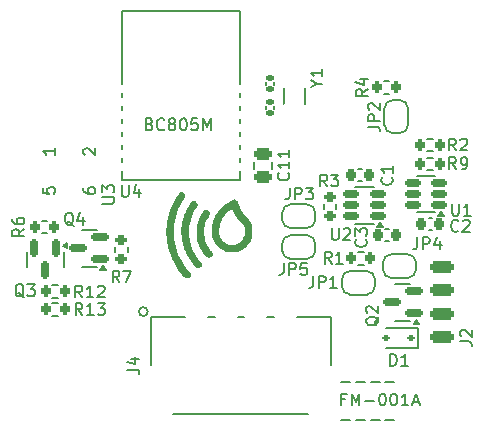
<source format=gto>
G04 #@! TF.GenerationSoftware,KiCad,Pcbnew,8.0.6*
G04 #@! TF.CreationDate,2024-11-12T21:30:20-08:00*
G04 #@! TF.ProjectId,sensor_board,73656e73-6f72-45f6-926f-6172642e6b69,rev?*
G04 #@! TF.SameCoordinates,Original*
G04 #@! TF.FileFunction,Legend,Top*
G04 #@! TF.FilePolarity,Positive*
%FSLAX46Y46*%
G04 Gerber Fmt 4.6, Leading zero omitted, Abs format (unit mm)*
G04 Created by KiCad (PCBNEW 8.0.6) date 2024-11-12 21:30:20*
%MOMM*%
%LPD*%
G01*
G04 APERTURE LIST*
G04 Aperture macros list*
%AMRoundRect*
0 Rectangle with rounded corners*
0 $1 Rounding radius*
0 $2 $3 $4 $5 $6 $7 $8 $9 X,Y pos of 4 corners*
0 Add a 4 corners polygon primitive as box body*
4,1,4,$2,$3,$4,$5,$6,$7,$8,$9,$2,$3,0*
0 Add four circle primitives for the rounded corners*
1,1,$1+$1,$2,$3*
1,1,$1+$1,$4,$5*
1,1,$1+$1,$6,$7*
1,1,$1+$1,$8,$9*
0 Add four rect primitives between the rounded corners*
20,1,$1+$1,$2,$3,$4,$5,0*
20,1,$1+$1,$4,$5,$6,$7,0*
20,1,$1+$1,$6,$7,$8,$9,0*
20,1,$1+$1,$8,$9,$2,$3,0*%
%AMFreePoly0*
4,1,19,0.500000,-0.750000,0.000000,-0.750000,0.000000,-0.744911,-0.071157,-0.744911,-0.207708,-0.704816,-0.327430,-0.627875,-0.420627,-0.520320,-0.479746,-0.390866,-0.500000,-0.250000,-0.500000,0.250000,-0.479746,0.390866,-0.420627,0.520320,-0.327430,0.627875,-0.207708,0.704816,-0.071157,0.744911,0.000000,0.744911,0.000000,0.750000,0.500000,0.750000,0.500000,-0.750000,0.500000,-0.750000,
$1*%
%AMFreePoly1*
4,1,19,0.000000,0.744911,0.071157,0.744911,0.207708,0.704816,0.327430,0.627875,0.420627,0.520320,0.479746,0.390866,0.500000,0.250000,0.500000,-0.250000,0.479746,-0.390866,0.420627,-0.520320,0.327430,-0.627875,0.207708,-0.704816,0.071157,-0.744911,0.000000,-0.744911,0.000000,-0.750000,-0.500000,-0.750000,-0.500000,0.750000,0.000000,0.750000,0.000000,0.744911,0.000000,0.744911,
$1*%
G04 Aperture macros list end*
%ADD10C,0.150000*%
%ADD11C,0.000000*%
%ADD12RoundRect,0.150000X0.512500X0.150000X-0.512500X0.150000X-0.512500X-0.150000X0.512500X-0.150000X0*%
%ADD13RoundRect,0.250000X0.750000X-0.250000X0.750000X0.250000X-0.750000X0.250000X-0.750000X-0.250000X0*%
%ADD14RoundRect,0.200000X0.200000X0.275000X-0.200000X0.275000X-0.200000X-0.275000X0.200000X-0.275000X0*%
%ADD15RoundRect,0.140000X-0.170000X0.140000X-0.170000X-0.140000X0.170000X-0.140000X0.170000X0.140000X0*%
%ADD16RoundRect,0.200000X-0.275000X0.200000X-0.275000X-0.200000X0.275000X-0.200000X0.275000X0.200000X0*%
%ADD17RoundRect,0.225000X-0.225000X-0.250000X0.225000X-0.250000X0.225000X0.250000X-0.225000X0.250000X0*%
%ADD18RoundRect,0.250000X-0.475000X0.250000X-0.475000X-0.250000X0.475000X-0.250000X0.475000X0.250000X0*%
%ADD19RoundRect,0.225000X0.225000X0.250000X-0.225000X0.250000X-0.225000X-0.250000X0.225000X-0.250000X0*%
%ADD20RoundRect,0.200000X0.275000X-0.200000X0.275000X0.200000X-0.275000X0.200000X-0.275000X-0.200000X0*%
%ADD21C,0.991000*%
%ADD22C,0.787000*%
%ADD23RoundRect,0.150000X0.587500X0.150000X-0.587500X0.150000X-0.587500X-0.150000X0.587500X-0.150000X0*%
%ADD24FreePoly0,90.000000*%
%ADD25FreePoly1,90.000000*%
%ADD26RoundRect,0.140000X0.170000X-0.140000X0.170000X0.140000X-0.170000X0.140000X-0.170000X-0.140000X0*%
%ADD27RoundRect,0.200000X-0.200000X-0.275000X0.200000X-0.275000X0.200000X0.275000X-0.200000X0.275000X0*%
%ADD28R,1.295400X4.495800*%
%ADD29R,1.803400X3.911600*%
%ADD30FreePoly0,180.000000*%
%ADD31FreePoly1,180.000000*%
%ADD32RoundRect,0.112500X0.187500X0.112500X-0.187500X0.112500X-0.187500X-0.112500X0.187500X-0.112500X0*%
%ADD33R,1.800000X1.000000*%
%ADD34R,1.500000X0.700000*%
%ADD35C,4.400000*%
%ADD36FreePoly0,0.000000*%
%ADD37FreePoly1,0.000000*%
%ADD38RoundRect,0.150000X-0.150000X0.587500X-0.150000X-0.587500X0.150000X-0.587500X0.150000X0.587500X0*%
G04 APERTURE END LIST*
D10*
X28810179Y-27002978D02*
X29572084Y-27002978D01*
X30048274Y-27002978D02*
X30810179Y-27002978D01*
X31286369Y-27002978D02*
X32048274Y-27002978D01*
X32524464Y-27002978D02*
X33286369Y-27002978D01*
X29143512Y-28470065D02*
X28810179Y-28470065D01*
X28810179Y-28993875D02*
X28810179Y-27993875D01*
X28810179Y-27993875D02*
X29286369Y-27993875D01*
X29667322Y-28993875D02*
X29667322Y-27993875D01*
X29667322Y-27993875D02*
X30000655Y-28708160D01*
X30000655Y-28708160D02*
X30333988Y-27993875D01*
X30333988Y-27993875D02*
X30333988Y-28993875D01*
X30810179Y-28612922D02*
X31572084Y-28612922D01*
X32238750Y-27993875D02*
X32333988Y-27993875D01*
X32333988Y-27993875D02*
X32429226Y-28041494D01*
X32429226Y-28041494D02*
X32476845Y-28089113D01*
X32476845Y-28089113D02*
X32524464Y-28184351D01*
X32524464Y-28184351D02*
X32572083Y-28374827D01*
X32572083Y-28374827D02*
X32572083Y-28612922D01*
X32572083Y-28612922D02*
X32524464Y-28803398D01*
X32524464Y-28803398D02*
X32476845Y-28898636D01*
X32476845Y-28898636D02*
X32429226Y-28946256D01*
X32429226Y-28946256D02*
X32333988Y-28993875D01*
X32333988Y-28993875D02*
X32238750Y-28993875D01*
X32238750Y-28993875D02*
X32143512Y-28946256D01*
X32143512Y-28946256D02*
X32095893Y-28898636D01*
X32095893Y-28898636D02*
X32048274Y-28803398D01*
X32048274Y-28803398D02*
X32000655Y-28612922D01*
X32000655Y-28612922D02*
X32000655Y-28374827D01*
X32000655Y-28374827D02*
X32048274Y-28184351D01*
X32048274Y-28184351D02*
X32095893Y-28089113D01*
X32095893Y-28089113D02*
X32143512Y-28041494D01*
X32143512Y-28041494D02*
X32238750Y-27993875D01*
X33191131Y-27993875D02*
X33286369Y-27993875D01*
X33286369Y-27993875D02*
X33381607Y-28041494D01*
X33381607Y-28041494D02*
X33429226Y-28089113D01*
X33429226Y-28089113D02*
X33476845Y-28184351D01*
X33476845Y-28184351D02*
X33524464Y-28374827D01*
X33524464Y-28374827D02*
X33524464Y-28612922D01*
X33524464Y-28612922D02*
X33476845Y-28803398D01*
X33476845Y-28803398D02*
X33429226Y-28898636D01*
X33429226Y-28898636D02*
X33381607Y-28946256D01*
X33381607Y-28946256D02*
X33286369Y-28993875D01*
X33286369Y-28993875D02*
X33191131Y-28993875D01*
X33191131Y-28993875D02*
X33095893Y-28946256D01*
X33095893Y-28946256D02*
X33048274Y-28898636D01*
X33048274Y-28898636D02*
X33000655Y-28803398D01*
X33000655Y-28803398D02*
X32953036Y-28612922D01*
X32953036Y-28612922D02*
X32953036Y-28374827D01*
X32953036Y-28374827D02*
X33000655Y-28184351D01*
X33000655Y-28184351D02*
X33048274Y-28089113D01*
X33048274Y-28089113D02*
X33095893Y-28041494D01*
X33095893Y-28041494D02*
X33191131Y-27993875D01*
X34476845Y-28993875D02*
X33905417Y-28993875D01*
X34191131Y-28993875D02*
X34191131Y-27993875D01*
X34191131Y-27993875D02*
X34095893Y-28136732D01*
X34095893Y-28136732D02*
X34000655Y-28231970D01*
X34000655Y-28231970D02*
X33905417Y-28279589D01*
X34857798Y-28708160D02*
X35333988Y-28708160D01*
X34762560Y-28993875D02*
X35095893Y-27993875D01*
X35095893Y-27993875D02*
X35429226Y-28993875D01*
X28810179Y-30222866D02*
X29572084Y-30222866D01*
X30048274Y-30222866D02*
X30810179Y-30222866D01*
X31286369Y-30222866D02*
X32048274Y-30222866D01*
X32524464Y-30222866D02*
X33286369Y-30222866D01*
X27990895Y-13983619D02*
X27990895Y-14793142D01*
X27990895Y-14793142D02*
X28038514Y-14888380D01*
X28038514Y-14888380D02*
X28086133Y-14936000D01*
X28086133Y-14936000D02*
X28181371Y-14983619D01*
X28181371Y-14983619D02*
X28371847Y-14983619D01*
X28371847Y-14983619D02*
X28467085Y-14936000D01*
X28467085Y-14936000D02*
X28514704Y-14888380D01*
X28514704Y-14888380D02*
X28562323Y-14793142D01*
X28562323Y-14793142D02*
X28562323Y-13983619D01*
X28990895Y-14078857D02*
X29038514Y-14031238D01*
X29038514Y-14031238D02*
X29133752Y-13983619D01*
X29133752Y-13983619D02*
X29371847Y-13983619D01*
X29371847Y-13983619D02*
X29467085Y-14031238D01*
X29467085Y-14031238D02*
X29514704Y-14078857D01*
X29514704Y-14078857D02*
X29562323Y-14174095D01*
X29562323Y-14174095D02*
X29562323Y-14269333D01*
X29562323Y-14269333D02*
X29514704Y-14412190D01*
X29514704Y-14412190D02*
X28943276Y-14983619D01*
X28943276Y-14983619D02*
X29562323Y-14983619D01*
X38850219Y-23579133D02*
X39564504Y-23579133D01*
X39564504Y-23579133D02*
X39707361Y-23626752D01*
X39707361Y-23626752D02*
X39802600Y-23721990D01*
X39802600Y-23721990D02*
X39850219Y-23864847D01*
X39850219Y-23864847D02*
X39850219Y-23960085D01*
X38945457Y-23150561D02*
X38897838Y-23102942D01*
X38897838Y-23102942D02*
X38850219Y-23007704D01*
X38850219Y-23007704D02*
X38850219Y-22769609D01*
X38850219Y-22769609D02*
X38897838Y-22674371D01*
X38897838Y-22674371D02*
X38945457Y-22626752D01*
X38945457Y-22626752D02*
X39040695Y-22579133D01*
X39040695Y-22579133D02*
X39135933Y-22579133D01*
X39135933Y-22579133D02*
X39278790Y-22626752D01*
X39278790Y-22626752D02*
X39850219Y-23198180D01*
X39850219Y-23198180D02*
X39850219Y-22579133D01*
X38176295Y-11926219D02*
X38176295Y-12735742D01*
X38176295Y-12735742D02*
X38223914Y-12830980D01*
X38223914Y-12830980D02*
X38271533Y-12878600D01*
X38271533Y-12878600D02*
X38366771Y-12926219D01*
X38366771Y-12926219D02*
X38557247Y-12926219D01*
X38557247Y-12926219D02*
X38652485Y-12878600D01*
X38652485Y-12878600D02*
X38700104Y-12830980D01*
X38700104Y-12830980D02*
X38747723Y-12735742D01*
X38747723Y-12735742D02*
X38747723Y-11926219D01*
X39747723Y-12926219D02*
X39176295Y-12926219D01*
X39462009Y-12926219D02*
X39462009Y-11926219D01*
X39462009Y-11926219D02*
X39366771Y-12069076D01*
X39366771Y-12069076D02*
X39271533Y-12164314D01*
X39271533Y-12164314D02*
X39176295Y-12211933D01*
X31036419Y-2249466D02*
X30560228Y-2582799D01*
X31036419Y-2820894D02*
X30036419Y-2820894D01*
X30036419Y-2820894D02*
X30036419Y-2439942D01*
X30036419Y-2439942D02*
X30084038Y-2344704D01*
X30084038Y-2344704D02*
X30131657Y-2297085D01*
X30131657Y-2297085D02*
X30226895Y-2249466D01*
X30226895Y-2249466D02*
X30369752Y-2249466D01*
X30369752Y-2249466D02*
X30464990Y-2297085D01*
X30464990Y-2297085D02*
X30512609Y-2344704D01*
X30512609Y-2344704D02*
X30560228Y-2439942D01*
X30560228Y-2439942D02*
X30560228Y-2820894D01*
X30369752Y-1392323D02*
X31036419Y-1392323D01*
X29988800Y-1630418D02*
X30703085Y-1868513D01*
X30703085Y-1868513D02*
X30703085Y-1249466D01*
X27595533Y-10462419D02*
X27262200Y-9986228D01*
X27024105Y-10462419D02*
X27024105Y-9462419D01*
X27024105Y-9462419D02*
X27405057Y-9462419D01*
X27405057Y-9462419D02*
X27500295Y-9510038D01*
X27500295Y-9510038D02*
X27547914Y-9557657D01*
X27547914Y-9557657D02*
X27595533Y-9652895D01*
X27595533Y-9652895D02*
X27595533Y-9795752D01*
X27595533Y-9795752D02*
X27547914Y-9890990D01*
X27547914Y-9890990D02*
X27500295Y-9938609D01*
X27500295Y-9938609D02*
X27405057Y-9986228D01*
X27405057Y-9986228D02*
X27024105Y-9986228D01*
X27928867Y-9462419D02*
X28547914Y-9462419D01*
X28547914Y-9462419D02*
X28214581Y-9843371D01*
X28214581Y-9843371D02*
X28357438Y-9843371D01*
X28357438Y-9843371D02*
X28452676Y-9890990D01*
X28452676Y-9890990D02*
X28500295Y-9938609D01*
X28500295Y-9938609D02*
X28547914Y-10033847D01*
X28547914Y-10033847D02*
X28547914Y-10271942D01*
X28547914Y-10271942D02*
X28500295Y-10367180D01*
X28500295Y-10367180D02*
X28452676Y-10414800D01*
X28452676Y-10414800D02*
X28357438Y-10462419D01*
X28357438Y-10462419D02*
X28071724Y-10462419D01*
X28071724Y-10462419D02*
X27976486Y-10414800D01*
X27976486Y-10414800D02*
X27928867Y-10367180D01*
X30864980Y-14949466D02*
X30912600Y-14997085D01*
X30912600Y-14997085D02*
X30960219Y-15139942D01*
X30960219Y-15139942D02*
X30960219Y-15235180D01*
X30960219Y-15235180D02*
X30912600Y-15378037D01*
X30912600Y-15378037D02*
X30817361Y-15473275D01*
X30817361Y-15473275D02*
X30722123Y-15520894D01*
X30722123Y-15520894D02*
X30531647Y-15568513D01*
X30531647Y-15568513D02*
X30388790Y-15568513D01*
X30388790Y-15568513D02*
X30198314Y-15520894D01*
X30198314Y-15520894D02*
X30103076Y-15473275D01*
X30103076Y-15473275D02*
X30007838Y-15378037D01*
X30007838Y-15378037D02*
X29960219Y-15235180D01*
X29960219Y-15235180D02*
X29960219Y-15139942D01*
X29960219Y-15139942D02*
X30007838Y-14997085D01*
X30007838Y-14997085D02*
X30055457Y-14949466D01*
X29960219Y-14616132D02*
X29960219Y-13997085D01*
X29960219Y-13997085D02*
X30341171Y-14330418D01*
X30341171Y-14330418D02*
X30341171Y-14187561D01*
X30341171Y-14187561D02*
X30388790Y-14092323D01*
X30388790Y-14092323D02*
X30436409Y-14044704D01*
X30436409Y-14044704D02*
X30531647Y-13997085D01*
X30531647Y-13997085D02*
X30769742Y-13997085D01*
X30769742Y-13997085D02*
X30864980Y-14044704D01*
X30864980Y-14044704D02*
X30912600Y-14092323D01*
X30912600Y-14092323D02*
X30960219Y-14187561D01*
X30960219Y-14187561D02*
X30960219Y-14473275D01*
X30960219Y-14473275D02*
X30912600Y-14568513D01*
X30912600Y-14568513D02*
X30864980Y-14616132D01*
X24311780Y-9304257D02*
X24359400Y-9351876D01*
X24359400Y-9351876D02*
X24407019Y-9494733D01*
X24407019Y-9494733D02*
X24407019Y-9589971D01*
X24407019Y-9589971D02*
X24359400Y-9732828D01*
X24359400Y-9732828D02*
X24264161Y-9828066D01*
X24264161Y-9828066D02*
X24168923Y-9875685D01*
X24168923Y-9875685D02*
X23978447Y-9923304D01*
X23978447Y-9923304D02*
X23835590Y-9923304D01*
X23835590Y-9923304D02*
X23645114Y-9875685D01*
X23645114Y-9875685D02*
X23549876Y-9828066D01*
X23549876Y-9828066D02*
X23454638Y-9732828D01*
X23454638Y-9732828D02*
X23407019Y-9589971D01*
X23407019Y-9589971D02*
X23407019Y-9494733D01*
X23407019Y-9494733D02*
X23454638Y-9351876D01*
X23454638Y-9351876D02*
X23502257Y-9304257D01*
X24407019Y-8351876D02*
X24407019Y-8923304D01*
X24407019Y-8637590D02*
X23407019Y-8637590D01*
X23407019Y-8637590D02*
X23549876Y-8732828D01*
X23549876Y-8732828D02*
X23645114Y-8828066D01*
X23645114Y-8828066D02*
X23692733Y-8923304D01*
X24407019Y-7399495D02*
X24407019Y-7970923D01*
X24407019Y-7685209D02*
X23407019Y-7685209D01*
X23407019Y-7685209D02*
X23549876Y-7780447D01*
X23549876Y-7780447D02*
X23645114Y-7875685D01*
X23645114Y-7875685D02*
X23692733Y-7970923D01*
X33074780Y-9691666D02*
X33122400Y-9739285D01*
X33122400Y-9739285D02*
X33170019Y-9882142D01*
X33170019Y-9882142D02*
X33170019Y-9977380D01*
X33170019Y-9977380D02*
X33122400Y-10120237D01*
X33122400Y-10120237D02*
X33027161Y-10215475D01*
X33027161Y-10215475D02*
X32931923Y-10263094D01*
X32931923Y-10263094D02*
X32741447Y-10310713D01*
X32741447Y-10310713D02*
X32598590Y-10310713D01*
X32598590Y-10310713D02*
X32408114Y-10263094D01*
X32408114Y-10263094D02*
X32312876Y-10215475D01*
X32312876Y-10215475D02*
X32217638Y-10120237D01*
X32217638Y-10120237D02*
X32170019Y-9977380D01*
X32170019Y-9977380D02*
X32170019Y-9882142D01*
X32170019Y-9882142D02*
X32217638Y-9739285D01*
X32217638Y-9739285D02*
X32265257Y-9691666D01*
X33170019Y-8739285D02*
X33170019Y-9310713D01*
X33170019Y-9024999D02*
X32170019Y-9024999D01*
X32170019Y-9024999D02*
X32312876Y-9120237D01*
X32312876Y-9120237D02*
X32408114Y-9215475D01*
X32408114Y-9215475D02*
X32455733Y-9310713D01*
X10018733Y-18590419D02*
X9685400Y-18114228D01*
X9447305Y-18590419D02*
X9447305Y-17590419D01*
X9447305Y-17590419D02*
X9828257Y-17590419D01*
X9828257Y-17590419D02*
X9923495Y-17638038D01*
X9923495Y-17638038D02*
X9971114Y-17685657D01*
X9971114Y-17685657D02*
X10018733Y-17780895D01*
X10018733Y-17780895D02*
X10018733Y-17923752D01*
X10018733Y-17923752D02*
X9971114Y-18018990D01*
X9971114Y-18018990D02*
X9923495Y-18066609D01*
X9923495Y-18066609D02*
X9828257Y-18114228D01*
X9828257Y-18114228D02*
X9447305Y-18114228D01*
X10352067Y-17590419D02*
X11018733Y-17590419D01*
X11018733Y-17590419D02*
X10590162Y-18590419D01*
X8573419Y-11912504D02*
X9382942Y-11912504D01*
X9382942Y-11912504D02*
X9478180Y-11864885D01*
X9478180Y-11864885D02*
X9525800Y-11817266D01*
X9525800Y-11817266D02*
X9573419Y-11722028D01*
X9573419Y-11722028D02*
X9573419Y-11531552D01*
X9573419Y-11531552D02*
X9525800Y-11436314D01*
X9525800Y-11436314D02*
X9478180Y-11388695D01*
X9478180Y-11388695D02*
X9382942Y-11341076D01*
X9382942Y-11341076D02*
X8573419Y-11341076D01*
X8573419Y-10960123D02*
X8573419Y-10341076D01*
X8573419Y-10341076D02*
X8954371Y-10674409D01*
X8954371Y-10674409D02*
X8954371Y-10531552D01*
X8954371Y-10531552D02*
X9001990Y-10436314D01*
X9001990Y-10436314D02*
X9049609Y-10388695D01*
X9049609Y-10388695D02*
X9144847Y-10341076D01*
X9144847Y-10341076D02*
X9382942Y-10341076D01*
X9382942Y-10341076D02*
X9478180Y-10388695D01*
X9478180Y-10388695D02*
X9525800Y-10436314D01*
X9525800Y-10436314D02*
X9573419Y-10531552D01*
X9573419Y-10531552D02*
X9573419Y-10817266D01*
X9573419Y-10817266D02*
X9525800Y-10912504D01*
X9525800Y-10912504D02*
X9478180Y-10960123D01*
X3541819Y-10562904D02*
X3541819Y-11039094D01*
X3541819Y-11039094D02*
X4018009Y-11086713D01*
X4018009Y-11086713D02*
X3970390Y-11039094D01*
X3970390Y-11039094D02*
X3922771Y-10943856D01*
X3922771Y-10943856D02*
X3922771Y-10705761D01*
X3922771Y-10705761D02*
X3970390Y-10610523D01*
X3970390Y-10610523D02*
X4018009Y-10562904D01*
X4018009Y-10562904D02*
X4113247Y-10515285D01*
X4113247Y-10515285D02*
X4351342Y-10515285D01*
X4351342Y-10515285D02*
X4446580Y-10562904D01*
X4446580Y-10562904D02*
X4494200Y-10610523D01*
X4494200Y-10610523D02*
X4541819Y-10705761D01*
X4541819Y-10705761D02*
X4541819Y-10943856D01*
X4541819Y-10943856D02*
X4494200Y-11039094D01*
X4494200Y-11039094D02*
X4446580Y-11086713D01*
X6970819Y-10610523D02*
X6970819Y-10800999D01*
X6970819Y-10800999D02*
X7018438Y-10896237D01*
X7018438Y-10896237D02*
X7066057Y-10943856D01*
X7066057Y-10943856D02*
X7208914Y-11039094D01*
X7208914Y-11039094D02*
X7399390Y-11086713D01*
X7399390Y-11086713D02*
X7780342Y-11086713D01*
X7780342Y-11086713D02*
X7875580Y-11039094D01*
X7875580Y-11039094D02*
X7923200Y-10991475D01*
X7923200Y-10991475D02*
X7970819Y-10896237D01*
X7970819Y-10896237D02*
X7970819Y-10705761D01*
X7970819Y-10705761D02*
X7923200Y-10610523D01*
X7923200Y-10610523D02*
X7875580Y-10562904D01*
X7875580Y-10562904D02*
X7780342Y-10515285D01*
X7780342Y-10515285D02*
X7542247Y-10515285D01*
X7542247Y-10515285D02*
X7447009Y-10562904D01*
X7447009Y-10562904D02*
X7399390Y-10610523D01*
X7399390Y-10610523D02*
X7351771Y-10705761D01*
X7351771Y-10705761D02*
X7351771Y-10896237D01*
X7351771Y-10896237D02*
X7399390Y-10991475D01*
X7399390Y-10991475D02*
X7447009Y-11039094D01*
X7447009Y-11039094D02*
X7542247Y-11086713D01*
X4541819Y-7213285D02*
X4541819Y-7784713D01*
X4541819Y-7498999D02*
X3541819Y-7498999D01*
X3541819Y-7498999D02*
X3684676Y-7594237D01*
X3684676Y-7594237D02*
X3779914Y-7689475D01*
X3779914Y-7689475D02*
X3827533Y-7784713D01*
X7066057Y-7784713D02*
X7018438Y-7737094D01*
X7018438Y-7737094D02*
X6970819Y-7641856D01*
X6970819Y-7641856D02*
X6970819Y-7403761D01*
X6970819Y-7403761D02*
X7018438Y-7308523D01*
X7018438Y-7308523D02*
X7066057Y-7260904D01*
X7066057Y-7260904D02*
X7161295Y-7213285D01*
X7161295Y-7213285D02*
X7256533Y-7213285D01*
X7256533Y-7213285D02*
X7399390Y-7260904D01*
X7399390Y-7260904D02*
X7970819Y-7832332D01*
X7970819Y-7832332D02*
X7970819Y-7213285D01*
X6127761Y-13783457D02*
X6032523Y-13735838D01*
X6032523Y-13735838D02*
X5937285Y-13640600D01*
X5937285Y-13640600D02*
X5794428Y-13497742D01*
X5794428Y-13497742D02*
X5699190Y-13450123D01*
X5699190Y-13450123D02*
X5603952Y-13450123D01*
X5651571Y-13688219D02*
X5556333Y-13640600D01*
X5556333Y-13640600D02*
X5461095Y-13545361D01*
X5461095Y-13545361D02*
X5413476Y-13354885D01*
X5413476Y-13354885D02*
X5413476Y-13021552D01*
X5413476Y-13021552D02*
X5461095Y-12831076D01*
X5461095Y-12831076D02*
X5556333Y-12735838D01*
X5556333Y-12735838D02*
X5651571Y-12688219D01*
X5651571Y-12688219D02*
X5842047Y-12688219D01*
X5842047Y-12688219D02*
X5937285Y-12735838D01*
X5937285Y-12735838D02*
X6032523Y-12831076D01*
X6032523Y-12831076D02*
X6080142Y-13021552D01*
X6080142Y-13021552D02*
X6080142Y-13354885D01*
X6080142Y-13354885D02*
X6032523Y-13545361D01*
X6032523Y-13545361D02*
X5937285Y-13640600D01*
X5937285Y-13640600D02*
X5842047Y-13688219D01*
X5842047Y-13688219D02*
X5651571Y-13688219D01*
X6937285Y-13021552D02*
X6937285Y-13688219D01*
X6699190Y-12640600D02*
X6461095Y-13354885D01*
X6461095Y-13354885D02*
X7080142Y-13354885D01*
X31077819Y-5405333D02*
X31792104Y-5405333D01*
X31792104Y-5405333D02*
X31934961Y-5452952D01*
X31934961Y-5452952D02*
X32030200Y-5548190D01*
X32030200Y-5548190D02*
X32077819Y-5691047D01*
X32077819Y-5691047D02*
X32077819Y-5786285D01*
X32077819Y-4929142D02*
X31077819Y-4929142D01*
X31077819Y-4929142D02*
X31077819Y-4548190D01*
X31077819Y-4548190D02*
X31125438Y-4452952D01*
X31125438Y-4452952D02*
X31173057Y-4405333D01*
X31173057Y-4405333D02*
X31268295Y-4357714D01*
X31268295Y-4357714D02*
X31411152Y-4357714D01*
X31411152Y-4357714D02*
X31506390Y-4405333D01*
X31506390Y-4405333D02*
X31554009Y-4452952D01*
X31554009Y-4452952D02*
X31601628Y-4548190D01*
X31601628Y-4548190D02*
X31601628Y-4929142D01*
X31173057Y-3976761D02*
X31125438Y-3929142D01*
X31125438Y-3929142D02*
X31077819Y-3833904D01*
X31077819Y-3833904D02*
X31077819Y-3595809D01*
X31077819Y-3595809D02*
X31125438Y-3500571D01*
X31125438Y-3500571D02*
X31173057Y-3452952D01*
X31173057Y-3452952D02*
X31268295Y-3405333D01*
X31268295Y-3405333D02*
X31363533Y-3405333D01*
X31363533Y-3405333D02*
X31506390Y-3452952D01*
X31506390Y-3452952D02*
X32077819Y-4024380D01*
X32077819Y-4024380D02*
X32077819Y-3405333D01*
X38720733Y-14202580D02*
X38673114Y-14250200D01*
X38673114Y-14250200D02*
X38530257Y-14297819D01*
X38530257Y-14297819D02*
X38435019Y-14297819D01*
X38435019Y-14297819D02*
X38292162Y-14250200D01*
X38292162Y-14250200D02*
X38196924Y-14154961D01*
X38196924Y-14154961D02*
X38149305Y-14059723D01*
X38149305Y-14059723D02*
X38101686Y-13869247D01*
X38101686Y-13869247D02*
X38101686Y-13726390D01*
X38101686Y-13726390D02*
X38149305Y-13535914D01*
X38149305Y-13535914D02*
X38196924Y-13440676D01*
X38196924Y-13440676D02*
X38292162Y-13345438D01*
X38292162Y-13345438D02*
X38435019Y-13297819D01*
X38435019Y-13297819D02*
X38530257Y-13297819D01*
X38530257Y-13297819D02*
X38673114Y-13345438D01*
X38673114Y-13345438D02*
X38720733Y-13393057D01*
X39101686Y-13393057D02*
X39149305Y-13345438D01*
X39149305Y-13345438D02*
X39244543Y-13297819D01*
X39244543Y-13297819D02*
X39482638Y-13297819D01*
X39482638Y-13297819D02*
X39577876Y-13345438D01*
X39577876Y-13345438D02*
X39625495Y-13393057D01*
X39625495Y-13393057D02*
X39673114Y-13488295D01*
X39673114Y-13488295D02*
X39673114Y-13583533D01*
X39673114Y-13583533D02*
X39625495Y-13726390D01*
X39625495Y-13726390D02*
X39054067Y-14297819D01*
X39054067Y-14297819D02*
X39673114Y-14297819D01*
X27976533Y-16990219D02*
X27643200Y-16514028D01*
X27405105Y-16990219D02*
X27405105Y-15990219D01*
X27405105Y-15990219D02*
X27786057Y-15990219D01*
X27786057Y-15990219D02*
X27881295Y-16037838D01*
X27881295Y-16037838D02*
X27928914Y-16085457D01*
X27928914Y-16085457D02*
X27976533Y-16180695D01*
X27976533Y-16180695D02*
X27976533Y-16323552D01*
X27976533Y-16323552D02*
X27928914Y-16418790D01*
X27928914Y-16418790D02*
X27881295Y-16466409D01*
X27881295Y-16466409D02*
X27786057Y-16514028D01*
X27786057Y-16514028D02*
X27405105Y-16514028D01*
X28928914Y-16990219D02*
X28357486Y-16990219D01*
X28643200Y-16990219D02*
X28643200Y-15990219D01*
X28643200Y-15990219D02*
X28547962Y-16133076D01*
X28547962Y-16133076D02*
X28452724Y-16228314D01*
X28452724Y-16228314D02*
X28357486Y-16275933D01*
X1953419Y-14060466D02*
X1477228Y-14393799D01*
X1953419Y-14631894D02*
X953419Y-14631894D01*
X953419Y-14631894D02*
X953419Y-14250942D01*
X953419Y-14250942D02*
X1001038Y-14155704D01*
X1001038Y-14155704D02*
X1048657Y-14108085D01*
X1048657Y-14108085D02*
X1143895Y-14060466D01*
X1143895Y-14060466D02*
X1286752Y-14060466D01*
X1286752Y-14060466D02*
X1381990Y-14108085D01*
X1381990Y-14108085D02*
X1429609Y-14155704D01*
X1429609Y-14155704D02*
X1477228Y-14250942D01*
X1477228Y-14250942D02*
X1477228Y-14631894D01*
X953419Y-13203323D02*
X953419Y-13393799D01*
X953419Y-13393799D02*
X1001038Y-13489037D01*
X1001038Y-13489037D02*
X1048657Y-13536656D01*
X1048657Y-13536656D02*
X1191514Y-13631894D01*
X1191514Y-13631894D02*
X1381990Y-13679513D01*
X1381990Y-13679513D02*
X1762942Y-13679513D01*
X1762942Y-13679513D02*
X1858180Y-13631894D01*
X1858180Y-13631894D02*
X1905800Y-13584275D01*
X1905800Y-13584275D02*
X1953419Y-13489037D01*
X1953419Y-13489037D02*
X1953419Y-13298561D01*
X1953419Y-13298561D02*
X1905800Y-13203323D01*
X1905800Y-13203323D02*
X1858180Y-13155704D01*
X1858180Y-13155704D02*
X1762942Y-13108085D01*
X1762942Y-13108085D02*
X1524847Y-13108085D01*
X1524847Y-13108085D02*
X1429609Y-13155704D01*
X1429609Y-13155704D02*
X1381990Y-13203323D01*
X1381990Y-13203323D02*
X1334371Y-13298561D01*
X1334371Y-13298561D02*
X1334371Y-13489037D01*
X1334371Y-13489037D02*
X1381990Y-13584275D01*
X1381990Y-13584275D02*
X1429609Y-13631894D01*
X1429609Y-13631894D02*
X1524847Y-13679513D01*
X10687019Y-25965733D02*
X11401304Y-25965733D01*
X11401304Y-25965733D02*
X11544161Y-26013352D01*
X11544161Y-26013352D02*
X11639400Y-26108590D01*
X11639400Y-26108590D02*
X11687019Y-26251447D01*
X11687019Y-26251447D02*
X11687019Y-26346685D01*
X11020352Y-25060971D02*
X11687019Y-25060971D01*
X10639400Y-25299066D02*
X11353685Y-25537161D01*
X11353685Y-25537161D02*
X11353685Y-24918114D01*
X26420866Y-18047619D02*
X26420866Y-18761904D01*
X26420866Y-18761904D02*
X26373247Y-18904761D01*
X26373247Y-18904761D02*
X26278009Y-19000000D01*
X26278009Y-19000000D02*
X26135152Y-19047619D01*
X26135152Y-19047619D02*
X26039914Y-19047619D01*
X26897057Y-19047619D02*
X26897057Y-18047619D01*
X26897057Y-18047619D02*
X27278009Y-18047619D01*
X27278009Y-18047619D02*
X27373247Y-18095238D01*
X27373247Y-18095238D02*
X27420866Y-18142857D01*
X27420866Y-18142857D02*
X27468485Y-18238095D01*
X27468485Y-18238095D02*
X27468485Y-18380952D01*
X27468485Y-18380952D02*
X27420866Y-18476190D01*
X27420866Y-18476190D02*
X27373247Y-18523809D01*
X27373247Y-18523809D02*
X27278009Y-18571428D01*
X27278009Y-18571428D02*
X26897057Y-18571428D01*
X28420866Y-19047619D02*
X27849438Y-19047619D01*
X28135152Y-19047619D02*
X28135152Y-18047619D01*
X28135152Y-18047619D02*
X28039914Y-18190476D01*
X28039914Y-18190476D02*
X27944676Y-18285714D01*
X27944676Y-18285714D02*
X27849438Y-18333333D01*
X32942305Y-25651619D02*
X32942305Y-24651619D01*
X32942305Y-24651619D02*
X33180400Y-24651619D01*
X33180400Y-24651619D02*
X33323257Y-24699238D01*
X33323257Y-24699238D02*
X33418495Y-24794476D01*
X33418495Y-24794476D02*
X33466114Y-24889714D01*
X33466114Y-24889714D02*
X33513733Y-25080190D01*
X33513733Y-25080190D02*
X33513733Y-25223047D01*
X33513733Y-25223047D02*
X33466114Y-25413523D01*
X33466114Y-25413523D02*
X33418495Y-25508761D01*
X33418495Y-25508761D02*
X33323257Y-25604000D01*
X33323257Y-25604000D02*
X33180400Y-25651619D01*
X33180400Y-25651619D02*
X32942305Y-25651619D01*
X34466114Y-25651619D02*
X33894686Y-25651619D01*
X34180400Y-25651619D02*
X34180400Y-24651619D01*
X34180400Y-24651619D02*
X34085162Y-24794476D01*
X34085162Y-24794476D02*
X33989924Y-24889714D01*
X33989924Y-24889714D02*
X33894686Y-24937333D01*
X23906266Y-16955419D02*
X23906266Y-17669704D01*
X23906266Y-17669704D02*
X23858647Y-17812561D01*
X23858647Y-17812561D02*
X23763409Y-17907800D01*
X23763409Y-17907800D02*
X23620552Y-17955419D01*
X23620552Y-17955419D02*
X23525314Y-17955419D01*
X24382457Y-17955419D02*
X24382457Y-16955419D01*
X24382457Y-16955419D02*
X24763409Y-16955419D01*
X24763409Y-16955419D02*
X24858647Y-17003038D01*
X24858647Y-17003038D02*
X24906266Y-17050657D01*
X24906266Y-17050657D02*
X24953885Y-17145895D01*
X24953885Y-17145895D02*
X24953885Y-17288752D01*
X24953885Y-17288752D02*
X24906266Y-17383990D01*
X24906266Y-17383990D02*
X24858647Y-17431609D01*
X24858647Y-17431609D02*
X24763409Y-17479228D01*
X24763409Y-17479228D02*
X24382457Y-17479228D01*
X25858647Y-16955419D02*
X25382457Y-16955419D01*
X25382457Y-16955419D02*
X25334838Y-17431609D01*
X25334838Y-17431609D02*
X25382457Y-17383990D01*
X25382457Y-17383990D02*
X25477695Y-17336371D01*
X25477695Y-17336371D02*
X25715790Y-17336371D01*
X25715790Y-17336371D02*
X25811028Y-17383990D01*
X25811028Y-17383990D02*
X25858647Y-17431609D01*
X25858647Y-17431609D02*
X25906266Y-17526847D01*
X25906266Y-17526847D02*
X25906266Y-17764942D01*
X25906266Y-17764942D02*
X25858647Y-17860180D01*
X25858647Y-17860180D02*
X25811028Y-17907800D01*
X25811028Y-17907800D02*
X25715790Y-17955419D01*
X25715790Y-17955419D02*
X25477695Y-17955419D01*
X25477695Y-17955419D02*
X25382457Y-17907800D01*
X25382457Y-17907800D02*
X25334838Y-17860180D01*
X6850142Y-19860419D02*
X6516809Y-19384228D01*
X6278714Y-19860419D02*
X6278714Y-18860419D01*
X6278714Y-18860419D02*
X6659666Y-18860419D01*
X6659666Y-18860419D02*
X6754904Y-18908038D01*
X6754904Y-18908038D02*
X6802523Y-18955657D01*
X6802523Y-18955657D02*
X6850142Y-19050895D01*
X6850142Y-19050895D02*
X6850142Y-19193752D01*
X6850142Y-19193752D02*
X6802523Y-19288990D01*
X6802523Y-19288990D02*
X6754904Y-19336609D01*
X6754904Y-19336609D02*
X6659666Y-19384228D01*
X6659666Y-19384228D02*
X6278714Y-19384228D01*
X7802523Y-19860419D02*
X7231095Y-19860419D01*
X7516809Y-19860419D02*
X7516809Y-18860419D01*
X7516809Y-18860419D02*
X7421571Y-19003276D01*
X7421571Y-19003276D02*
X7326333Y-19098514D01*
X7326333Y-19098514D02*
X7231095Y-19146133D01*
X8183476Y-18955657D02*
X8231095Y-18908038D01*
X8231095Y-18908038D02*
X8326333Y-18860419D01*
X8326333Y-18860419D02*
X8564428Y-18860419D01*
X8564428Y-18860419D02*
X8659666Y-18908038D01*
X8659666Y-18908038D02*
X8707285Y-18955657D01*
X8707285Y-18955657D02*
X8754904Y-19050895D01*
X8754904Y-19050895D02*
X8754904Y-19146133D01*
X8754904Y-19146133D02*
X8707285Y-19288990D01*
X8707285Y-19288990D02*
X8135857Y-19860419D01*
X8135857Y-19860419D02*
X8754904Y-19860419D01*
X26723028Y-1746190D02*
X27199219Y-1746190D01*
X26199219Y-2079523D02*
X26723028Y-1746190D01*
X26723028Y-1746190D02*
X26199219Y-1412857D01*
X27199219Y-555714D02*
X27199219Y-1127142D01*
X27199219Y-841428D02*
X26199219Y-841428D01*
X26199219Y-841428D02*
X26342076Y-936666D01*
X26342076Y-936666D02*
X26437314Y-1031904D01*
X26437314Y-1031904D02*
X26484933Y-1127142D01*
X38514533Y-8994019D02*
X38181200Y-8517828D01*
X37943105Y-8994019D02*
X37943105Y-7994019D01*
X37943105Y-7994019D02*
X38324057Y-7994019D01*
X38324057Y-7994019D02*
X38419295Y-8041638D01*
X38419295Y-8041638D02*
X38466914Y-8089257D01*
X38466914Y-8089257D02*
X38514533Y-8184495D01*
X38514533Y-8184495D02*
X38514533Y-8327352D01*
X38514533Y-8327352D02*
X38466914Y-8422590D01*
X38466914Y-8422590D02*
X38419295Y-8470209D01*
X38419295Y-8470209D02*
X38324057Y-8517828D01*
X38324057Y-8517828D02*
X37943105Y-8517828D01*
X38990724Y-8994019D02*
X39181200Y-8994019D01*
X39181200Y-8994019D02*
X39276438Y-8946400D01*
X39276438Y-8946400D02*
X39324057Y-8898780D01*
X39324057Y-8898780D02*
X39419295Y-8755923D01*
X39419295Y-8755923D02*
X39466914Y-8565447D01*
X39466914Y-8565447D02*
X39466914Y-8184495D01*
X39466914Y-8184495D02*
X39419295Y-8089257D01*
X39419295Y-8089257D02*
X39371676Y-8041638D01*
X39371676Y-8041638D02*
X39276438Y-7994019D01*
X39276438Y-7994019D02*
X39085962Y-7994019D01*
X39085962Y-7994019D02*
X38990724Y-8041638D01*
X38990724Y-8041638D02*
X38943105Y-8089257D01*
X38943105Y-8089257D02*
X38895486Y-8184495D01*
X38895486Y-8184495D02*
X38895486Y-8422590D01*
X38895486Y-8422590D02*
X38943105Y-8517828D01*
X38943105Y-8517828D02*
X38990724Y-8565447D01*
X38990724Y-8565447D02*
X39085962Y-8613066D01*
X39085962Y-8613066D02*
X39276438Y-8613066D01*
X39276438Y-8613066D02*
X39371676Y-8565447D01*
X39371676Y-8565447D02*
X39419295Y-8517828D01*
X39419295Y-8517828D02*
X39466914Y-8422590D01*
X10210895Y-10326019D02*
X10210895Y-11135542D01*
X10210895Y-11135542D02*
X10258514Y-11230780D01*
X10258514Y-11230780D02*
X10306133Y-11278400D01*
X10306133Y-11278400D02*
X10401371Y-11326019D01*
X10401371Y-11326019D02*
X10591847Y-11326019D01*
X10591847Y-11326019D02*
X10687085Y-11278400D01*
X10687085Y-11278400D02*
X10734704Y-11230780D01*
X10734704Y-11230780D02*
X10782323Y-11135542D01*
X10782323Y-11135542D02*
X10782323Y-10326019D01*
X11687085Y-10659352D02*
X11687085Y-11326019D01*
X11448990Y-10278400D02*
X11210895Y-10992685D01*
X11210895Y-10992685D02*
X11829942Y-10992685D01*
X12561628Y-5183309D02*
X12704485Y-5230928D01*
X12704485Y-5230928D02*
X12752104Y-5278547D01*
X12752104Y-5278547D02*
X12799723Y-5373785D01*
X12799723Y-5373785D02*
X12799723Y-5516642D01*
X12799723Y-5516642D02*
X12752104Y-5611880D01*
X12752104Y-5611880D02*
X12704485Y-5659500D01*
X12704485Y-5659500D02*
X12609247Y-5707119D01*
X12609247Y-5707119D02*
X12228295Y-5707119D01*
X12228295Y-5707119D02*
X12228295Y-4707119D01*
X12228295Y-4707119D02*
X12561628Y-4707119D01*
X12561628Y-4707119D02*
X12656866Y-4754738D01*
X12656866Y-4754738D02*
X12704485Y-4802357D01*
X12704485Y-4802357D02*
X12752104Y-4897595D01*
X12752104Y-4897595D02*
X12752104Y-4992833D01*
X12752104Y-4992833D02*
X12704485Y-5088071D01*
X12704485Y-5088071D02*
X12656866Y-5135690D01*
X12656866Y-5135690D02*
X12561628Y-5183309D01*
X12561628Y-5183309D02*
X12228295Y-5183309D01*
X13799723Y-5611880D02*
X13752104Y-5659500D01*
X13752104Y-5659500D02*
X13609247Y-5707119D01*
X13609247Y-5707119D02*
X13514009Y-5707119D01*
X13514009Y-5707119D02*
X13371152Y-5659500D01*
X13371152Y-5659500D02*
X13275914Y-5564261D01*
X13275914Y-5564261D02*
X13228295Y-5469023D01*
X13228295Y-5469023D02*
X13180676Y-5278547D01*
X13180676Y-5278547D02*
X13180676Y-5135690D01*
X13180676Y-5135690D02*
X13228295Y-4945214D01*
X13228295Y-4945214D02*
X13275914Y-4849976D01*
X13275914Y-4849976D02*
X13371152Y-4754738D01*
X13371152Y-4754738D02*
X13514009Y-4707119D01*
X13514009Y-4707119D02*
X13609247Y-4707119D01*
X13609247Y-4707119D02*
X13752104Y-4754738D01*
X13752104Y-4754738D02*
X13799723Y-4802357D01*
X14371152Y-5135690D02*
X14275914Y-5088071D01*
X14275914Y-5088071D02*
X14228295Y-5040452D01*
X14228295Y-5040452D02*
X14180676Y-4945214D01*
X14180676Y-4945214D02*
X14180676Y-4897595D01*
X14180676Y-4897595D02*
X14228295Y-4802357D01*
X14228295Y-4802357D02*
X14275914Y-4754738D01*
X14275914Y-4754738D02*
X14371152Y-4707119D01*
X14371152Y-4707119D02*
X14561628Y-4707119D01*
X14561628Y-4707119D02*
X14656866Y-4754738D01*
X14656866Y-4754738D02*
X14704485Y-4802357D01*
X14704485Y-4802357D02*
X14752104Y-4897595D01*
X14752104Y-4897595D02*
X14752104Y-4945214D01*
X14752104Y-4945214D02*
X14704485Y-5040452D01*
X14704485Y-5040452D02*
X14656866Y-5088071D01*
X14656866Y-5088071D02*
X14561628Y-5135690D01*
X14561628Y-5135690D02*
X14371152Y-5135690D01*
X14371152Y-5135690D02*
X14275914Y-5183309D01*
X14275914Y-5183309D02*
X14228295Y-5230928D01*
X14228295Y-5230928D02*
X14180676Y-5326166D01*
X14180676Y-5326166D02*
X14180676Y-5516642D01*
X14180676Y-5516642D02*
X14228295Y-5611880D01*
X14228295Y-5611880D02*
X14275914Y-5659500D01*
X14275914Y-5659500D02*
X14371152Y-5707119D01*
X14371152Y-5707119D02*
X14561628Y-5707119D01*
X14561628Y-5707119D02*
X14656866Y-5659500D01*
X14656866Y-5659500D02*
X14704485Y-5611880D01*
X14704485Y-5611880D02*
X14752104Y-5516642D01*
X14752104Y-5516642D02*
X14752104Y-5326166D01*
X14752104Y-5326166D02*
X14704485Y-5230928D01*
X14704485Y-5230928D02*
X14656866Y-5183309D01*
X14656866Y-5183309D02*
X14561628Y-5135690D01*
X15371152Y-4707119D02*
X15466390Y-4707119D01*
X15466390Y-4707119D02*
X15561628Y-4754738D01*
X15561628Y-4754738D02*
X15609247Y-4802357D01*
X15609247Y-4802357D02*
X15656866Y-4897595D01*
X15656866Y-4897595D02*
X15704485Y-5088071D01*
X15704485Y-5088071D02*
X15704485Y-5326166D01*
X15704485Y-5326166D02*
X15656866Y-5516642D01*
X15656866Y-5516642D02*
X15609247Y-5611880D01*
X15609247Y-5611880D02*
X15561628Y-5659500D01*
X15561628Y-5659500D02*
X15466390Y-5707119D01*
X15466390Y-5707119D02*
X15371152Y-5707119D01*
X15371152Y-5707119D02*
X15275914Y-5659500D01*
X15275914Y-5659500D02*
X15228295Y-5611880D01*
X15228295Y-5611880D02*
X15180676Y-5516642D01*
X15180676Y-5516642D02*
X15133057Y-5326166D01*
X15133057Y-5326166D02*
X15133057Y-5088071D01*
X15133057Y-5088071D02*
X15180676Y-4897595D01*
X15180676Y-4897595D02*
X15228295Y-4802357D01*
X15228295Y-4802357D02*
X15275914Y-4754738D01*
X15275914Y-4754738D02*
X15371152Y-4707119D01*
X16609247Y-4707119D02*
X16133057Y-4707119D01*
X16133057Y-4707119D02*
X16085438Y-5183309D01*
X16085438Y-5183309D02*
X16133057Y-5135690D01*
X16133057Y-5135690D02*
X16228295Y-5088071D01*
X16228295Y-5088071D02*
X16466390Y-5088071D01*
X16466390Y-5088071D02*
X16561628Y-5135690D01*
X16561628Y-5135690D02*
X16609247Y-5183309D01*
X16609247Y-5183309D02*
X16656866Y-5278547D01*
X16656866Y-5278547D02*
X16656866Y-5516642D01*
X16656866Y-5516642D02*
X16609247Y-5611880D01*
X16609247Y-5611880D02*
X16561628Y-5659500D01*
X16561628Y-5659500D02*
X16466390Y-5707119D01*
X16466390Y-5707119D02*
X16228295Y-5707119D01*
X16228295Y-5707119D02*
X16133057Y-5659500D01*
X16133057Y-5659500D02*
X16085438Y-5611880D01*
X17085438Y-5707119D02*
X17085438Y-4707119D01*
X17085438Y-4707119D02*
X17418771Y-5421404D01*
X17418771Y-5421404D02*
X17752104Y-4707119D01*
X17752104Y-4707119D02*
X17752104Y-5707119D01*
X35234666Y-14771019D02*
X35234666Y-15485304D01*
X35234666Y-15485304D02*
X35187047Y-15628161D01*
X35187047Y-15628161D02*
X35091809Y-15723400D01*
X35091809Y-15723400D02*
X34948952Y-15771019D01*
X34948952Y-15771019D02*
X34853714Y-15771019D01*
X35710857Y-15771019D02*
X35710857Y-14771019D01*
X35710857Y-14771019D02*
X36091809Y-14771019D01*
X36091809Y-14771019D02*
X36187047Y-14818638D01*
X36187047Y-14818638D02*
X36234666Y-14866257D01*
X36234666Y-14866257D02*
X36282285Y-14961495D01*
X36282285Y-14961495D02*
X36282285Y-15104352D01*
X36282285Y-15104352D02*
X36234666Y-15199590D01*
X36234666Y-15199590D02*
X36187047Y-15247209D01*
X36187047Y-15247209D02*
X36091809Y-15294828D01*
X36091809Y-15294828D02*
X35710857Y-15294828D01*
X37139428Y-15104352D02*
X37139428Y-15771019D01*
X36901333Y-14723400D02*
X36663238Y-15437685D01*
X36663238Y-15437685D02*
X37282285Y-15437685D01*
X24414266Y-10554619D02*
X24414266Y-11268904D01*
X24414266Y-11268904D02*
X24366647Y-11411761D01*
X24366647Y-11411761D02*
X24271409Y-11507000D01*
X24271409Y-11507000D02*
X24128552Y-11554619D01*
X24128552Y-11554619D02*
X24033314Y-11554619D01*
X24890457Y-11554619D02*
X24890457Y-10554619D01*
X24890457Y-10554619D02*
X25271409Y-10554619D01*
X25271409Y-10554619D02*
X25366647Y-10602238D01*
X25366647Y-10602238D02*
X25414266Y-10649857D01*
X25414266Y-10649857D02*
X25461885Y-10745095D01*
X25461885Y-10745095D02*
X25461885Y-10887952D01*
X25461885Y-10887952D02*
X25414266Y-10983190D01*
X25414266Y-10983190D02*
X25366647Y-11030809D01*
X25366647Y-11030809D02*
X25271409Y-11078428D01*
X25271409Y-11078428D02*
X24890457Y-11078428D01*
X25795219Y-10554619D02*
X26414266Y-10554619D01*
X26414266Y-10554619D02*
X26080933Y-10935571D01*
X26080933Y-10935571D02*
X26223790Y-10935571D01*
X26223790Y-10935571D02*
X26319028Y-10983190D01*
X26319028Y-10983190D02*
X26366647Y-11030809D01*
X26366647Y-11030809D02*
X26414266Y-11126047D01*
X26414266Y-11126047D02*
X26414266Y-11364142D01*
X26414266Y-11364142D02*
X26366647Y-11459380D01*
X26366647Y-11459380D02*
X26319028Y-11507000D01*
X26319028Y-11507000D02*
X26223790Y-11554619D01*
X26223790Y-11554619D02*
X25938076Y-11554619D01*
X25938076Y-11554619D02*
X25842838Y-11507000D01*
X25842838Y-11507000D02*
X25795219Y-11459380D01*
X1936761Y-19854057D02*
X1841523Y-19806438D01*
X1841523Y-19806438D02*
X1746285Y-19711200D01*
X1746285Y-19711200D02*
X1603428Y-19568342D01*
X1603428Y-19568342D02*
X1508190Y-19520723D01*
X1508190Y-19520723D02*
X1412952Y-19520723D01*
X1460571Y-19758819D02*
X1365333Y-19711200D01*
X1365333Y-19711200D02*
X1270095Y-19615961D01*
X1270095Y-19615961D02*
X1222476Y-19425485D01*
X1222476Y-19425485D02*
X1222476Y-19092152D01*
X1222476Y-19092152D02*
X1270095Y-18901676D01*
X1270095Y-18901676D02*
X1365333Y-18806438D01*
X1365333Y-18806438D02*
X1460571Y-18758819D01*
X1460571Y-18758819D02*
X1651047Y-18758819D01*
X1651047Y-18758819D02*
X1746285Y-18806438D01*
X1746285Y-18806438D02*
X1841523Y-18901676D01*
X1841523Y-18901676D02*
X1889142Y-19092152D01*
X1889142Y-19092152D02*
X1889142Y-19425485D01*
X1889142Y-19425485D02*
X1841523Y-19615961D01*
X1841523Y-19615961D02*
X1746285Y-19711200D01*
X1746285Y-19711200D02*
X1651047Y-19758819D01*
X1651047Y-19758819D02*
X1460571Y-19758819D01*
X2222476Y-18758819D02*
X2841523Y-18758819D01*
X2841523Y-18758819D02*
X2508190Y-19139771D01*
X2508190Y-19139771D02*
X2651047Y-19139771D01*
X2651047Y-19139771D02*
X2746285Y-19187390D01*
X2746285Y-19187390D02*
X2793904Y-19235009D01*
X2793904Y-19235009D02*
X2841523Y-19330247D01*
X2841523Y-19330247D02*
X2841523Y-19568342D01*
X2841523Y-19568342D02*
X2793904Y-19663580D01*
X2793904Y-19663580D02*
X2746285Y-19711200D01*
X2746285Y-19711200D02*
X2651047Y-19758819D01*
X2651047Y-19758819D02*
X2365333Y-19758819D01*
X2365333Y-19758819D02*
X2270095Y-19711200D01*
X2270095Y-19711200D02*
X2222476Y-19663580D01*
X31992257Y-21486838D02*
X31944638Y-21582076D01*
X31944638Y-21582076D02*
X31849400Y-21677314D01*
X31849400Y-21677314D02*
X31706542Y-21820171D01*
X31706542Y-21820171D02*
X31658923Y-21915409D01*
X31658923Y-21915409D02*
X31658923Y-22010647D01*
X31897019Y-21963028D02*
X31849400Y-22058266D01*
X31849400Y-22058266D02*
X31754161Y-22153504D01*
X31754161Y-22153504D02*
X31563685Y-22201123D01*
X31563685Y-22201123D02*
X31230352Y-22201123D01*
X31230352Y-22201123D02*
X31039876Y-22153504D01*
X31039876Y-22153504D02*
X30944638Y-22058266D01*
X30944638Y-22058266D02*
X30897019Y-21963028D01*
X30897019Y-21963028D02*
X30897019Y-21772552D01*
X30897019Y-21772552D02*
X30944638Y-21677314D01*
X30944638Y-21677314D02*
X31039876Y-21582076D01*
X31039876Y-21582076D02*
X31230352Y-21534457D01*
X31230352Y-21534457D02*
X31563685Y-21534457D01*
X31563685Y-21534457D02*
X31754161Y-21582076D01*
X31754161Y-21582076D02*
X31849400Y-21677314D01*
X31849400Y-21677314D02*
X31897019Y-21772552D01*
X31897019Y-21772552D02*
X31897019Y-21963028D01*
X30992257Y-21153504D02*
X30944638Y-21105885D01*
X30944638Y-21105885D02*
X30897019Y-21010647D01*
X30897019Y-21010647D02*
X30897019Y-20772552D01*
X30897019Y-20772552D02*
X30944638Y-20677314D01*
X30944638Y-20677314D02*
X30992257Y-20629695D01*
X30992257Y-20629695D02*
X31087495Y-20582076D01*
X31087495Y-20582076D02*
X31182733Y-20582076D01*
X31182733Y-20582076D02*
X31325590Y-20629695D01*
X31325590Y-20629695D02*
X31897019Y-21201123D01*
X31897019Y-21201123D02*
X31897019Y-20582076D01*
X38504933Y-7414419D02*
X38171600Y-6938228D01*
X37933505Y-7414419D02*
X37933505Y-6414419D01*
X37933505Y-6414419D02*
X38314457Y-6414419D01*
X38314457Y-6414419D02*
X38409695Y-6462038D01*
X38409695Y-6462038D02*
X38457314Y-6509657D01*
X38457314Y-6509657D02*
X38504933Y-6604895D01*
X38504933Y-6604895D02*
X38504933Y-6747752D01*
X38504933Y-6747752D02*
X38457314Y-6842990D01*
X38457314Y-6842990D02*
X38409695Y-6890609D01*
X38409695Y-6890609D02*
X38314457Y-6938228D01*
X38314457Y-6938228D02*
X37933505Y-6938228D01*
X38885886Y-6509657D02*
X38933505Y-6462038D01*
X38933505Y-6462038D02*
X39028743Y-6414419D01*
X39028743Y-6414419D02*
X39266838Y-6414419D01*
X39266838Y-6414419D02*
X39362076Y-6462038D01*
X39362076Y-6462038D02*
X39409695Y-6509657D01*
X39409695Y-6509657D02*
X39457314Y-6604895D01*
X39457314Y-6604895D02*
X39457314Y-6700133D01*
X39457314Y-6700133D02*
X39409695Y-6842990D01*
X39409695Y-6842990D02*
X38838267Y-7414419D01*
X38838267Y-7414419D02*
X39457314Y-7414419D01*
X6875542Y-21331119D02*
X6542209Y-20854928D01*
X6304114Y-21331119D02*
X6304114Y-20331119D01*
X6304114Y-20331119D02*
X6685066Y-20331119D01*
X6685066Y-20331119D02*
X6780304Y-20378738D01*
X6780304Y-20378738D02*
X6827923Y-20426357D01*
X6827923Y-20426357D02*
X6875542Y-20521595D01*
X6875542Y-20521595D02*
X6875542Y-20664452D01*
X6875542Y-20664452D02*
X6827923Y-20759690D01*
X6827923Y-20759690D02*
X6780304Y-20807309D01*
X6780304Y-20807309D02*
X6685066Y-20854928D01*
X6685066Y-20854928D02*
X6304114Y-20854928D01*
X7827923Y-21331119D02*
X7256495Y-21331119D01*
X7542209Y-21331119D02*
X7542209Y-20331119D01*
X7542209Y-20331119D02*
X7446971Y-20473976D01*
X7446971Y-20473976D02*
X7351733Y-20569214D01*
X7351733Y-20569214D02*
X7256495Y-20616833D01*
X8161257Y-20331119D02*
X8780304Y-20331119D01*
X8780304Y-20331119D02*
X8446971Y-20712071D01*
X8446971Y-20712071D02*
X8589828Y-20712071D01*
X8589828Y-20712071D02*
X8685066Y-20759690D01*
X8685066Y-20759690D02*
X8732685Y-20807309D01*
X8732685Y-20807309D02*
X8780304Y-20902547D01*
X8780304Y-20902547D02*
X8780304Y-21140642D01*
X8780304Y-21140642D02*
X8732685Y-21235880D01*
X8732685Y-21235880D02*
X8685066Y-21283500D01*
X8685066Y-21283500D02*
X8589828Y-21331119D01*
X8589828Y-21331119D02*
X8304114Y-21331119D01*
X8304114Y-21331119D02*
X8208876Y-21283500D01*
X8208876Y-21283500D02*
X8161257Y-21235880D01*
G04 #@! TO.C,U2*
X30759400Y-10479600D02*
X29959400Y-10479600D01*
X30759400Y-10479600D02*
X31559400Y-10479600D01*
X30759400Y-13599600D02*
X29959400Y-13599600D01*
X30759400Y-13599600D02*
X31559400Y-13599600D01*
X32299400Y-13879600D02*
X31819400Y-13879600D01*
X32059400Y-13549600D01*
X32299400Y-13879600D01*
G36*
X32299400Y-13879600D02*
G01*
X31819400Y-13879600D01*
X32059400Y-13549600D01*
X32299400Y-13879600D01*
G37*
G04 #@! TO.C,U1*
X35966400Y-9539800D02*
X35166400Y-9539800D01*
X35966400Y-9539800D02*
X36766400Y-9539800D01*
X35966400Y-12659800D02*
X35166400Y-12659800D01*
X35966400Y-12659800D02*
X36766400Y-12659800D01*
X37506400Y-12939800D02*
X37026400Y-12939800D01*
X37266400Y-12609800D01*
X37506400Y-12939800D01*
G36*
X37506400Y-12939800D02*
G01*
X37026400Y-12939800D01*
X37266400Y-12609800D01*
X37506400Y-12939800D01*
G37*
G04 #@! TO.C,R4*
X32876258Y-1560300D02*
X32401742Y-1560300D01*
X32876258Y-2605300D02*
X32401742Y-2605300D01*
G04 #@! TO.C,C9*
X22390000Y-3682164D02*
X22390000Y-3897836D01*
X23110000Y-3682164D02*
X23110000Y-3897836D01*
G04 #@! TO.C,R3*
X27341300Y-11929342D02*
X27341300Y-12403858D01*
X28386300Y-11929342D02*
X28386300Y-12403858D01*
G04 #@! TO.C,C3*
X32523820Y-14069600D02*
X32804980Y-14069600D01*
X32523820Y-15089600D02*
X32804980Y-15089600D01*
G04 #@! TO.C,C11*
X21439200Y-8425548D02*
X21439200Y-8948052D01*
X22909200Y-8425548D02*
X22909200Y-8948052D01*
G04 #@! TO.C,C1*
X30518980Y-9015000D02*
X30237820Y-9015000D01*
X30518980Y-10035000D02*
X30237820Y-10035000D01*
G04 #@! TO.C,R7*
X9662900Y-16047358D02*
X9662900Y-15572842D01*
X10707900Y-16047358D02*
X10707900Y-15572842D01*
G04 #@! TO.C,Q4*
X7467600Y-14137200D02*
X6817600Y-14137200D01*
X7467600Y-14137200D02*
X8117600Y-14137200D01*
X7467600Y-17257200D02*
X6817600Y-17257200D01*
X7467600Y-17257200D02*
X8117600Y-17257200D01*
X8870100Y-17537200D02*
X8390100Y-17537200D01*
X8630100Y-17207200D01*
X8870100Y-17537200D01*
G36*
X8870100Y-17537200D02*
G01*
X8390100Y-17537200D01*
X8630100Y-17207200D01*
X8870100Y-17537200D01*
G37*
G04 #@! TO.C,JP2*
X32451800Y-5246600D02*
X32451800Y-3846600D01*
X33151800Y-3146600D02*
X33751800Y-3146600D01*
X33751800Y-5946600D02*
X33151800Y-5946600D01*
X34451800Y-3846600D02*
X34451800Y-5246600D01*
X32451800Y-3846600D02*
G75*
G02*
X33151800Y-3146600I700000J0D01*
G01*
X33151800Y-5946600D02*
G75*
G02*
X32451800Y-5246600I-1J699999D01*
G01*
X33751800Y-3146600D02*
G75*
G02*
X34451800Y-3846600I0J-700000D01*
G01*
X34451800Y-5246600D02*
G75*
G02*
X33751800Y-5946600I-699999J-1D01*
G01*
G04 #@! TO.C,C10*
X22390000Y-1865836D02*
X22390000Y-1650164D01*
X23110000Y-1865836D02*
X23110000Y-1650164D01*
G04 #@! TO.C,C2*
X36462580Y-13104400D02*
X36181420Y-13104400D01*
X36462580Y-14124400D02*
X36181420Y-14124400D01*
G04 #@! TO.C,R1*
X30207242Y-16033600D02*
X30681758Y-16033600D01*
X30207242Y-17078600D02*
X30681758Y-17078600D01*
G04 #@! TO.C,R6*
X3420342Y-13371300D02*
X3894858Y-13371300D01*
X3420342Y-14416300D02*
X3894858Y-14416300D01*
G04 #@! TO.C,J4*
X12667300Y-21479500D02*
X12667300Y-25558959D01*
X14584441Y-29734500D02*
X26015559Y-29734500D01*
X15569560Y-21479500D02*
X12667300Y-21479500D01*
X18069560Y-21479500D02*
X17530440Y-21479500D01*
X20569560Y-21479500D02*
X20030440Y-21479500D01*
X23069560Y-21479500D02*
X22530440Y-21479500D01*
X27932700Y-21479500D02*
X25030440Y-21479500D01*
X27932700Y-25558959D02*
X27932700Y-21479500D01*
X12413300Y-21057499D02*
G75*
G02*
X11651300Y-21057499I-381000J0D01*
G01*
X11651300Y-21057499D02*
G75*
G02*
X12413300Y-21057499I381000J0D01*
G01*
G04 #@! TO.C,JP1*
X28842600Y-18914800D02*
X28842600Y-18314800D01*
X29542600Y-17614800D02*
X30942600Y-17614800D01*
X30942600Y-19614800D02*
X29542600Y-19614800D01*
X31642600Y-18314800D02*
X31642600Y-18914800D01*
X28842600Y-18314800D02*
G75*
G02*
X29542600Y-17614800I700000J0D01*
G01*
X29542600Y-19614800D02*
G75*
G02*
X28842600Y-18914800I0J700000D01*
G01*
X30942600Y-17614800D02*
G75*
G02*
X31642600Y-18314800I1J-699999D01*
G01*
X31642600Y-18914800D02*
G75*
G02*
X30942600Y-19614800I-699999J-1D01*
G01*
G04 #@! TO.C,D1*
X35279600Y-22442400D02*
X32619600Y-22442400D01*
X35279600Y-24142400D02*
X32619600Y-24142400D01*
X35279600Y-24142400D02*
X35279600Y-22442400D01*
G04 #@! TO.C,JP5*
X23796800Y-15895600D02*
X23796800Y-15295600D01*
X24496800Y-14595600D02*
X25896800Y-14595600D01*
X25896800Y-16595600D02*
X24496800Y-16595600D01*
X26596800Y-15295600D02*
X26596800Y-15895600D01*
X23796800Y-15295600D02*
G75*
G02*
X24496800Y-14595600I700000J0D01*
G01*
X24496800Y-16595600D02*
G75*
G02*
X23796800Y-15895600I0J700000D01*
G01*
X25896800Y-14595600D02*
G75*
G02*
X26596800Y-15295600I1J-699999D01*
G01*
X26596800Y-15895600D02*
G75*
G02*
X25896800Y-16595600I-699999J-1D01*
G01*
G04 #@! TO.C,R12*
X4346042Y-18832300D02*
X4820558Y-18832300D01*
X4346042Y-19877300D02*
X4820558Y-19877300D01*
G04 #@! TO.C,Y1*
X23939000Y-3449000D02*
X23939000Y-2099000D01*
X25689000Y-3449000D02*
X25689000Y-2099000D01*
G04 #@! TO.C,R9*
X36533858Y-8011900D02*
X36059342Y-8011900D01*
X36533858Y-9056900D02*
X36059342Y-9056900D01*
G04 #@! TO.C,U4*
X10250000Y4400000D02*
X20250000Y4400000D01*
X10250000Y-9900000D02*
X10250000Y4400000D01*
X20250000Y4400000D02*
X20250000Y-9900000D01*
X20250000Y-9900000D02*
X10250000Y-9900000D01*
G04 #@! TO.C,JP4*
X32322400Y-17503700D02*
X32322400Y-16903700D01*
X33022400Y-16203700D02*
X34422400Y-16203700D01*
X34422400Y-18203700D02*
X33022400Y-18203700D01*
X35122400Y-16903700D02*
X35122400Y-17503700D01*
X32322400Y-16903700D02*
G75*
G02*
X33022400Y-16203700I699999J1D01*
G01*
X33022400Y-18203700D02*
G75*
G02*
X32322400Y-17503700I-1J699999D01*
G01*
X34422400Y-16203700D02*
G75*
G02*
X35122400Y-16903700I0J-700000D01*
G01*
X35122400Y-17503700D02*
G75*
G02*
X34422400Y-18203700I-700000J0D01*
G01*
G04 #@! TO.C,JP3*
X23793800Y-13284200D02*
X23793800Y-12684200D01*
X24493800Y-11984200D02*
X25893800Y-11984200D01*
X25893800Y-13984200D02*
X24493800Y-13984200D01*
X26593800Y-12684200D02*
X26593800Y-13284200D01*
X23793800Y-12684200D02*
G75*
G02*
X24493800Y-11984200I700000J0D01*
G01*
X24493800Y-13984200D02*
G75*
G02*
X23793800Y-13284200I0J700000D01*
G01*
X25893800Y-11984200D02*
G75*
G02*
X26593800Y-12684200I1J-699999D01*
G01*
X26593800Y-13284200D02*
G75*
G02*
X25893800Y-13984200I-699999J-1D01*
G01*
D11*
G04 #@! TO.C,G\u002A\u002A\u002A*
G36*
X16401846Y-11689786D02*
G01*
X16472737Y-11719374D01*
X16535412Y-11765334D01*
X16586238Y-11824595D01*
X16621583Y-11894091D01*
X16633829Y-11939330D01*
X16640131Y-11984489D01*
X16640302Y-12025739D01*
X16633051Y-12066770D01*
X16617085Y-12111275D01*
X16591115Y-12162944D01*
X16553847Y-12225470D01*
X16509873Y-12293632D01*
X16359058Y-12542245D01*
X16229361Y-12797963D01*
X16120963Y-13060188D01*
X16034047Y-13328320D01*
X15968795Y-13601762D01*
X15925388Y-13879913D01*
X15904009Y-14162176D01*
X15901621Y-14294762D01*
X15906347Y-14512619D01*
X15921012Y-14715759D01*
X15946472Y-14910077D01*
X15983580Y-15101470D01*
X16033190Y-15295835D01*
X16059588Y-15385079D01*
X16149589Y-15644721D01*
X16256755Y-15892721D01*
X16382173Y-16131002D01*
X16526932Y-16361485D01*
X16692122Y-16586092D01*
X16841227Y-16764555D01*
X16895868Y-16828402D01*
X16936164Y-16880587D01*
X16964128Y-16924937D01*
X16981771Y-16965283D01*
X16991104Y-17005451D01*
X16994140Y-17049271D01*
X16994177Y-17055645D01*
X16987012Y-17129289D01*
X16963646Y-17194342D01*
X16927628Y-17250786D01*
X16874667Y-17303725D01*
X16808634Y-17343319D01*
X16735214Y-17367501D01*
X16660088Y-17374201D01*
X16608215Y-17367061D01*
X16545123Y-17345054D01*
X16487829Y-17310225D01*
X16430221Y-17258705D01*
X16419590Y-17247619D01*
X16228342Y-17028777D01*
X16050479Y-16793540D01*
X15887684Y-16544768D01*
X15741644Y-16285317D01*
X15614042Y-16018046D01*
X15506565Y-15745812D01*
X15469755Y-15636696D01*
X15384516Y-15334819D01*
X15321622Y-15030371D01*
X15281088Y-14723746D01*
X15262930Y-14415345D01*
X15267161Y-14105563D01*
X15293796Y-13794800D01*
X15342850Y-13483451D01*
X15383562Y-13294363D01*
X15443419Y-13072647D01*
X15517908Y-12852195D01*
X15608569Y-12628895D01*
X15716947Y-12398638D01*
X15727934Y-12376816D01*
X15771547Y-12293544D01*
X15819403Y-12207176D01*
X15869719Y-12120516D01*
X15920712Y-12036368D01*
X15970598Y-11957535D01*
X16017594Y-11886822D01*
X16059917Y-11827031D01*
X16095783Y-11780968D01*
X16123408Y-11751435D01*
X16128334Y-11747333D01*
X16178051Y-11718010D01*
X16239162Y-11694789D01*
X16300657Y-11681434D01*
X16326371Y-11679637D01*
X16401846Y-11689786D01*
G37*
G36*
X17426814Y-12434081D02*
G01*
X17503184Y-12460788D01*
X17570473Y-12506318D01*
X17622998Y-12565264D01*
X17659244Y-12633905D01*
X17677699Y-12708520D01*
X17676847Y-12785385D01*
X17660571Y-12847774D01*
X17646272Y-12878039D01*
X17622486Y-12921200D01*
X17592480Y-12971582D01*
X17559519Y-13023512D01*
X17558344Y-13025300D01*
X17446692Y-13215142D01*
X17353341Y-13416415D01*
X17278911Y-13626591D01*
X17224024Y-13843140D01*
X17189299Y-14063534D01*
X17175359Y-14285242D01*
X17182822Y-14505736D01*
X17186162Y-14541912D01*
X17220493Y-14772140D01*
X17276251Y-14995646D01*
X17353199Y-15211885D01*
X17451101Y-15420314D01*
X17569719Y-15620390D01*
X17708818Y-15811570D01*
X17772279Y-15887911D01*
X17826949Y-15953592D01*
X17866841Y-16008112D01*
X17893798Y-16055512D01*
X17909664Y-16099836D01*
X17916284Y-16145125D01*
X17915502Y-16195421D01*
X17915082Y-16200946D01*
X17898480Y-16282371D01*
X17863740Y-16354474D01*
X17812999Y-16413910D01*
X17752722Y-16455189D01*
X17694015Y-16475577D01*
X17624243Y-16485695D01*
X17552635Y-16485050D01*
X17488421Y-16473149D01*
X17478534Y-16469837D01*
X17435306Y-16446127D01*
X17383705Y-16404464D01*
X17325423Y-16347046D01*
X17262155Y-16276073D01*
X17195594Y-16193745D01*
X17127436Y-16102260D01*
X17059372Y-16003818D01*
X16993098Y-15900618D01*
X16930307Y-15794859D01*
X16872693Y-15688741D01*
X16864286Y-15672307D01*
X16760361Y-15446696D01*
X16677562Y-15220322D01*
X16614729Y-14989231D01*
X16570705Y-14749471D01*
X16554353Y-14615086D01*
X16549329Y-14545256D01*
X16546393Y-14459500D01*
X16545432Y-14362882D01*
X16546335Y-14260466D01*
X16548988Y-14157315D01*
X16553278Y-14058493D01*
X16559094Y-13969063D01*
X16566321Y-13894089D01*
X16571180Y-13858826D01*
X16590870Y-13752375D01*
X16616787Y-13636062D01*
X16646960Y-13517529D01*
X16679417Y-13404418D01*
X16712185Y-13304369D01*
X16719425Y-13284369D01*
X16756621Y-13190657D01*
X16800741Y-13090847D01*
X16849869Y-12988451D01*
X16902088Y-12886981D01*
X16955484Y-12789950D01*
X17008140Y-12700869D01*
X17058140Y-12623251D01*
X17103568Y-12560607D01*
X17133198Y-12525869D01*
X17196374Y-12474582D01*
X17269168Y-12441696D01*
X17347381Y-12427950D01*
X17426814Y-12434081D01*
G37*
G36*
X15360082Y-10949441D02*
G01*
X15389232Y-10955717D01*
X15419125Y-10967624D01*
X15433967Y-10974703D01*
X15490199Y-11012625D01*
X15540773Y-11065934D01*
X15579288Y-11127501D01*
X15586992Y-11145129D01*
X15596224Y-11184392D01*
X15600320Y-11236038D01*
X15599319Y-11290768D01*
X15593257Y-11339283D01*
X15586098Y-11364384D01*
X15573977Y-11387779D01*
X15551797Y-11425042D01*
X15522408Y-11471580D01*
X15488660Y-11522800D01*
X15478059Y-11538471D01*
X15299444Y-11820583D01*
X15141210Y-12112161D01*
X15003522Y-12412725D01*
X14886549Y-12721791D01*
X14790458Y-13038878D01*
X14715417Y-13363503D01*
X14661595Y-13695185D01*
X14633887Y-13965788D01*
X14624474Y-14108736D01*
X14619493Y-14237799D01*
X14618880Y-14361165D01*
X14622575Y-14487025D01*
X14629067Y-14602240D01*
X14662522Y-14942179D01*
X14717179Y-15274760D01*
X14792870Y-15599585D01*
X14889428Y-15916260D01*
X15006686Y-16224386D01*
X15144479Y-16523569D01*
X15302639Y-16813412D01*
X15480999Y-17093518D01*
X15679393Y-17363491D01*
X15897653Y-17622936D01*
X15902517Y-17628345D01*
X15961890Y-17696403D01*
X16006223Y-17753010D01*
X16037320Y-17801674D01*
X16056984Y-17845904D01*
X16067019Y-17889208D01*
X16069229Y-17935093D01*
X16068555Y-17951288D01*
X16053447Y-18035185D01*
X16020348Y-18108231D01*
X15971913Y-18168594D01*
X15910793Y-18214441D01*
X15839645Y-18243939D01*
X15761120Y-18255254D01*
X15677873Y-18246555D01*
X15651362Y-18239458D01*
X15616995Y-18224700D01*
X15578422Y-18199587D01*
X15533946Y-18162561D01*
X15481872Y-18112065D01*
X15420504Y-18046541D01*
X15348145Y-17964432D01*
X15334369Y-17948409D01*
X15212222Y-17802323D01*
X15103302Y-17663864D01*
X15003088Y-17526785D01*
X14907062Y-17384837D01*
X14810701Y-17231772D01*
X14783781Y-17187296D01*
X14615407Y-16887811D01*
X14468097Y-16584423D01*
X14340928Y-16274736D01*
X14232974Y-15956356D01*
X14143308Y-15626889D01*
X14093694Y-15402183D01*
X14060466Y-15225931D01*
X14034598Y-15061212D01*
X14015290Y-14900688D01*
X14001743Y-14737022D01*
X13993158Y-14562876D01*
X13990055Y-14450178D01*
X13991831Y-14108878D01*
X14011896Y-13778536D01*
X14050762Y-13456274D01*
X14108939Y-13139212D01*
X14186940Y-12824473D01*
X14285276Y-12509177D01*
X14381392Y-12248334D01*
X14445973Y-12094653D01*
X14522735Y-11929805D01*
X14608711Y-11759299D01*
X14700934Y-11588644D01*
X14796439Y-11423348D01*
X14892258Y-11268920D01*
X14975744Y-11144591D01*
X15024613Y-11077764D01*
X15066772Y-11028177D01*
X15106174Y-10993226D01*
X15146774Y-10970307D01*
X15192525Y-10956817D01*
X15247383Y-10950151D01*
X15273091Y-10948799D01*
X15323945Y-10947550D01*
X15360082Y-10949441D01*
G37*
G36*
X19836105Y-11572784D02*
G01*
X19907202Y-11606227D01*
X19968544Y-11656777D01*
X20016985Y-11722625D01*
X20040168Y-11773051D01*
X20078951Y-11878556D01*
X20111522Y-11966192D01*
X20139203Y-12039321D01*
X20163321Y-12101302D01*
X20185199Y-12155498D01*
X20206162Y-12205268D01*
X20227533Y-12253973D01*
X20244446Y-12291428D01*
X20306697Y-12420933D01*
X20370781Y-12538837D01*
X20439664Y-12649381D01*
X20516310Y-12756805D01*
X20603687Y-12865350D01*
X20704758Y-12979258D01*
X20784342Y-13063520D01*
X20878131Y-13162909D01*
X20956459Y-13251051D01*
X21021349Y-13330913D01*
X21074821Y-13405459D01*
X21118895Y-13477653D01*
X21155594Y-13550460D01*
X21186937Y-13626845D01*
X21206273Y-13682496D01*
X21228533Y-13755202D01*
X21245979Y-13824039D01*
X21259131Y-13893275D01*
X21268508Y-13967176D01*
X21274631Y-14050010D01*
X21278018Y-14146043D01*
X21279189Y-14259543D01*
X21279205Y-14281220D01*
X21278955Y-14371493D01*
X21278114Y-14443118D01*
X21276436Y-14499975D01*
X21273677Y-14545943D01*
X21269588Y-14584898D01*
X21263924Y-14620720D01*
X21256440Y-14657288D01*
X21254893Y-14664192D01*
X21199952Y-14859244D01*
X21126469Y-15043093D01*
X21035488Y-15214758D01*
X20928050Y-15373259D01*
X20805200Y-15517617D01*
X20667981Y-15646850D01*
X20517435Y-15759980D01*
X20354607Y-15856025D01*
X20180539Y-15934006D01*
X19996274Y-15992942D01*
X19802855Y-16031855D01*
X19798540Y-16032473D01*
X19743640Y-16038401D01*
X19675256Y-16042985D01*
X19599405Y-16046105D01*
X19522101Y-16047638D01*
X19449361Y-16047465D01*
X19387201Y-16045463D01*
X19342692Y-16041657D01*
X19295229Y-16033526D01*
X19233503Y-16020634D01*
X19164414Y-16004659D01*
X19094861Y-15987280D01*
X19031745Y-15970174D01*
X18981965Y-15955019D01*
X18971433Y-15951381D01*
X18794999Y-15876254D01*
X18629404Y-15782258D01*
X18475864Y-15670897D01*
X18335597Y-15543671D01*
X18209818Y-15402082D01*
X18099747Y-15247632D01*
X18006599Y-15081822D01*
X17931591Y-14906155D01*
X17875941Y-14722132D01*
X17844927Y-14561371D01*
X17831202Y-14420187D01*
X17828387Y-14292469D01*
X18463187Y-14292469D01*
X18473313Y-14446784D01*
X18500116Y-14589832D01*
X18544005Y-14723980D01*
X18590754Y-14824703D01*
X18673732Y-14959301D01*
X18771535Y-15077947D01*
X18882463Y-15179877D01*
X19004816Y-15264327D01*
X19136896Y-15330531D01*
X19277002Y-15377726D01*
X19423435Y-15405145D01*
X19574495Y-15412025D01*
X19728484Y-15397601D01*
X19821406Y-15378445D01*
X19965610Y-15331178D01*
X20100909Y-15264322D01*
X20225519Y-15179659D01*
X20337655Y-15078972D01*
X20435534Y-14964045D01*
X20517372Y-14836661D01*
X20581385Y-14698602D01*
X20618558Y-14581686D01*
X20630215Y-14533386D01*
X20638363Y-14490743D01*
X20643608Y-14447687D01*
X20646557Y-14398145D01*
X20647818Y-14336048D01*
X20648018Y-14286852D01*
X20644780Y-14152447D01*
X20634532Y-14036887D01*
X20616718Y-13937437D01*
X20590784Y-13851360D01*
X20556178Y-13775921D01*
X20538600Y-13746240D01*
X20520099Y-13721398D01*
X20488637Y-13683855D01*
X20447132Y-13636891D01*
X20398504Y-13583787D01*
X20345669Y-13527821D01*
X20327481Y-13508947D01*
X20226915Y-13403091D01*
X20140578Y-13307421D01*
X20065183Y-13217957D01*
X19997442Y-13130717D01*
X19934067Y-13041723D01*
X19902115Y-12993993D01*
X19866084Y-12935849D01*
X19823727Y-12862222D01*
X19777742Y-12778273D01*
X19730827Y-12689159D01*
X19685679Y-12600041D01*
X19644998Y-12516076D01*
X19611480Y-12442425D01*
X19601869Y-12419868D01*
X19585484Y-12382971D01*
X19571527Y-12355947D01*
X19562724Y-12344009D01*
X19562105Y-12343837D01*
X19547753Y-12350467D01*
X19519234Y-12368680D01*
X19479954Y-12395963D01*
X19433318Y-12429803D01*
X19382730Y-12467685D01*
X19331596Y-12507095D01*
X19283321Y-12545521D01*
X19241310Y-12580447D01*
X19239546Y-12581961D01*
X19074471Y-12737258D01*
X18929512Y-12902203D01*
X18804447Y-13077241D01*
X18699054Y-13262818D01*
X18613109Y-13459380D01*
X18546389Y-13667372D01*
X18498674Y-13887241D01*
X18469739Y-14119432D01*
X18469325Y-14124518D01*
X18463187Y-14292469D01*
X17828387Y-14292469D01*
X17827759Y-14263969D01*
X17834198Y-14097513D01*
X17850113Y-13925616D01*
X17875102Y-13753077D01*
X17908762Y-13584692D01*
X17936128Y-13475989D01*
X18011356Y-13244639D01*
X18107337Y-13021157D01*
X18223366Y-12806558D01*
X18358738Y-12601857D01*
X18512745Y-12408068D01*
X18684682Y-12226207D01*
X18873843Y-12057287D01*
X18982248Y-11972300D01*
X19070817Y-11908034D01*
X19163328Y-11844618D01*
X19256968Y-11783699D01*
X19348928Y-11726929D01*
X19436396Y-11675957D01*
X19516560Y-11632432D01*
X19586611Y-11598005D01*
X19643736Y-11574325D01*
X19677214Y-11564439D01*
X19758394Y-11558252D01*
X19836105Y-11572784D01*
G37*
D10*
G04 #@! TO.C,Q3*
X2173800Y-16637000D02*
X2173800Y-15987000D01*
X2173800Y-16637000D02*
X2173800Y-17287000D01*
X5293800Y-16637000D02*
X5293800Y-15987000D01*
X5293800Y-16637000D02*
X5293800Y-17287000D01*
X5573800Y-15714500D02*
X5243800Y-15474500D01*
X5573800Y-15234500D01*
X5573800Y-15714500D01*
G36*
X5573800Y-15714500D02*
G01*
X5243800Y-15474500D01*
X5573800Y-15234500D01*
X5573800Y-15714500D01*
G37*
G04 #@! TO.C,Q2*
X34001800Y-18705800D02*
X33351800Y-18705800D01*
X34001800Y-18705800D02*
X34651800Y-18705800D01*
X34001800Y-21825800D02*
X33351800Y-21825800D01*
X34001800Y-21825800D02*
X34651800Y-21825800D01*
X35404300Y-22105800D02*
X34924300Y-22105800D01*
X35164300Y-21775800D01*
X35404300Y-22105800D01*
G36*
X35404300Y-22105800D02*
G01*
X34924300Y-22105800D01*
X35164300Y-21775800D01*
X35404300Y-22105800D01*
G37*
G04 #@! TO.C,R2*
X36533858Y-6437100D02*
X36059342Y-6437100D01*
X36533858Y-7482100D02*
X36059342Y-7482100D01*
G04 #@! TO.C,R13*
X4820558Y-20356300D02*
X4346042Y-20356300D01*
X4820558Y-21401300D02*
X4346042Y-21401300D01*
G04 #@! TD*
%LPC*%
D12*
G04 #@! TO.C,U2*
X31896900Y-12989600D03*
X31896900Y-12039600D03*
X31896900Y-11089600D03*
X29621900Y-11089600D03*
X29621900Y-12039600D03*
X29621900Y-12989600D03*
G04 #@! TD*
D13*
G04 #@! TO.C,J2*
X37329200Y-23240400D03*
X37329200Y-21240400D03*
X37329200Y-19240400D03*
X37329200Y-17240400D03*
G04 #@! TD*
D12*
G04 #@! TO.C,U1*
X37103900Y-12049800D03*
X37103900Y-11099800D03*
X37103900Y-10149800D03*
X34828900Y-10149800D03*
X34828900Y-11099800D03*
X34828900Y-12049800D03*
G04 #@! TD*
D14*
G04 #@! TO.C,R4*
X33464000Y-2082800D03*
X31814000Y-2082800D03*
G04 #@! TD*
D15*
G04 #@! TO.C,C9*
X22750000Y-3310000D03*
X22750000Y-4270000D03*
G04 #@! TD*
D16*
G04 #@! TO.C,R3*
X27863800Y-11341600D03*
X27863800Y-12991600D03*
G04 #@! TD*
D17*
G04 #@! TO.C,C3*
X31889400Y-14579600D03*
X33439400Y-14579600D03*
G04 #@! TD*
D18*
G04 #@! TO.C,C11*
X22174200Y-7736800D03*
X22174200Y-9636800D03*
G04 #@! TD*
D19*
G04 #@! TO.C,C1*
X31153400Y-9525000D03*
X29603400Y-9525000D03*
G04 #@! TD*
D20*
G04 #@! TO.C,R7*
X10185400Y-16635100D03*
X10185400Y-14985100D03*
G04 #@! TD*
D21*
G04 #@! TO.C,U3*
X5865000Y-6610000D03*
X6880000Y-11690000D03*
X4850000Y-11690000D03*
D22*
X5230000Y-7880000D03*
X6500000Y-7880000D03*
X5230000Y-9150000D03*
X6500000Y-9150000D03*
X5230000Y-10420000D03*
X6500000Y-10420000D03*
G04 #@! TD*
D23*
G04 #@! TO.C,Q4*
X8405100Y-16647200D03*
X8405100Y-14747200D03*
X6530100Y-15697200D03*
G04 #@! TD*
D24*
G04 #@! TO.C,JP2*
X33451800Y-5196600D03*
D25*
X33451800Y-3896600D03*
G04 #@! TD*
D26*
G04 #@! TO.C,C10*
X22750000Y-2238000D03*
X22750000Y-1278000D03*
G04 #@! TD*
D19*
G04 #@! TO.C,C2*
X37097000Y-13614400D03*
X35547000Y-13614400D03*
G04 #@! TD*
D27*
G04 #@! TO.C,R1*
X29619500Y-16556100D03*
X31269500Y-16556100D03*
G04 #@! TD*
G04 #@! TO.C,R6*
X2832600Y-13893800D03*
X4482600Y-13893800D03*
G04 #@! TD*
D28*
G04 #@! TO.C,J4*
X16550000Y-21057499D03*
X19050000Y-21057499D03*
X21550000Y-21057499D03*
X24050000Y-21057499D03*
D29*
X27249999Y-27847499D03*
X13350001Y-27847499D03*
G04 #@! TD*
D30*
G04 #@! TO.C,JP1*
X30892600Y-18614800D03*
D31*
X29592600Y-18614800D03*
G04 #@! TD*
D32*
G04 #@! TO.C,D1*
X34719600Y-23292400D03*
X32619600Y-23292400D03*
G04 #@! TD*
D30*
G04 #@! TO.C,JP5*
X25846800Y-15595600D03*
D31*
X24546800Y-15595600D03*
G04 #@! TD*
D27*
G04 #@! TO.C,R12*
X3758300Y-19354800D03*
X5408300Y-19354800D03*
G04 #@! TD*
D33*
G04 #@! TO.C,Y1*
X24814000Y-1524000D03*
X24814000Y-4024000D03*
G04 #@! TD*
D14*
G04 #@! TO.C,R9*
X37121600Y-8534400D03*
X35471600Y-8534400D03*
G04 #@! TD*
D34*
G04 #@! TO.C,U4*
X10250000Y-2220000D03*
X10250000Y-3320000D03*
X10300000Y-4420000D03*
X10250000Y-5520000D03*
X10250000Y-6620000D03*
X10250000Y-7720000D03*
X10250000Y-8820000D03*
X20250000Y-8820000D03*
X20250000Y-7720000D03*
X20250000Y-6620000D03*
X20250000Y-5520000D03*
X20300000Y-4420000D03*
X20250000Y-3320000D03*
X20250000Y-2220000D03*
G04 #@! TD*
D35*
G04 #@! TO.C,H4*
X37800000Y-27800000D03*
G04 #@! TD*
G04 #@! TO.C,H3*
X2800000Y-27800000D03*
G04 #@! TD*
D36*
G04 #@! TO.C,JP4*
X33072400Y-17203700D03*
D37*
X34372400Y-17203700D03*
G04 #@! TD*
D30*
G04 #@! TO.C,JP3*
X25843800Y-12984200D03*
D31*
X24543800Y-12984200D03*
G04 #@! TD*
D35*
G04 #@! TO.C,H2*
X37800000Y-2800000D03*
G04 #@! TD*
D38*
G04 #@! TO.C,Q3*
X4683800Y-15699500D03*
X2783800Y-15699500D03*
X3733800Y-17574500D03*
G04 #@! TD*
D23*
G04 #@! TO.C,Q2*
X34939300Y-21215800D03*
X34939300Y-19315800D03*
X33064300Y-20265800D03*
G04 #@! TD*
D35*
G04 #@! TO.C,H1*
X2800000Y-2800000D03*
G04 #@! TD*
D14*
G04 #@! TO.C,R2*
X37121600Y-6959600D03*
X35471600Y-6959600D03*
G04 #@! TD*
G04 #@! TO.C,R13*
X5408300Y-20878800D03*
X3758300Y-20878800D03*
G04 #@! TD*
%LPD*%
M02*

</source>
